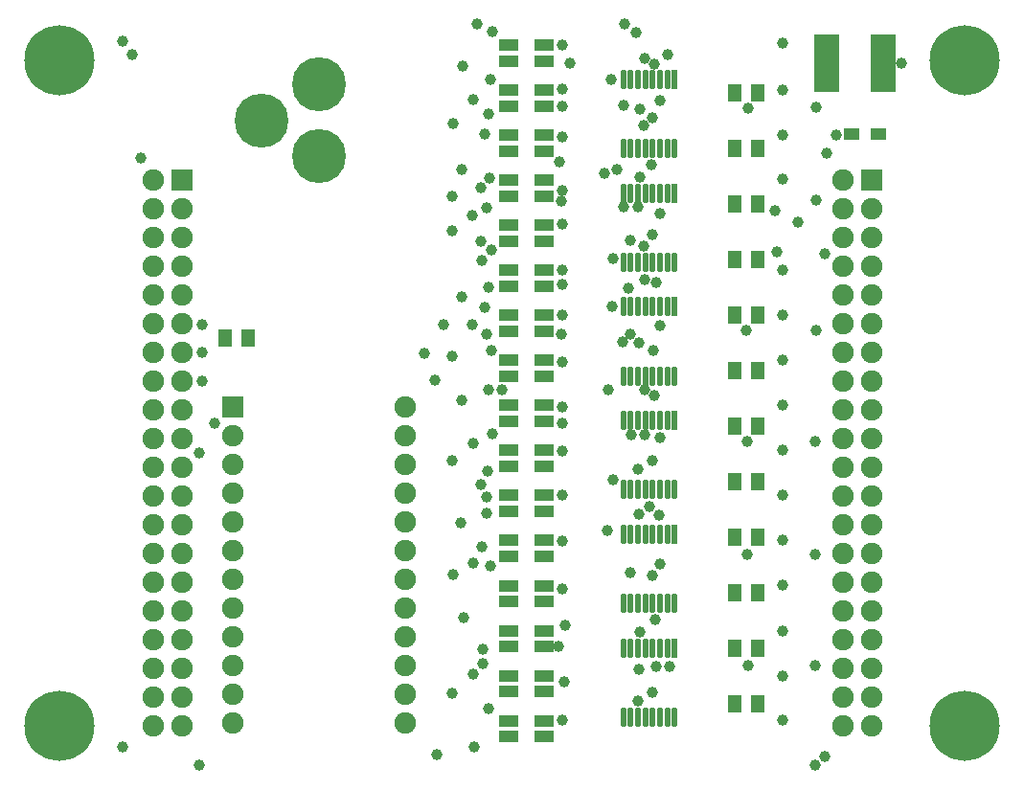
<source format=gts>
G04*
G04 #@! TF.GenerationSoftware,Altium Limited,Altium Designer,24.2.2 (26)*
G04*
G04 Layer_Color=8388736*
%FSLAX25Y25*%
%MOIN*%
G70*
G04*
G04 #@! TF.SameCoordinates,5F3C5C40-F4FD-4A7E-B3CF-B0B929BE72FD*
G04*
G04*
G04 #@! TF.FilePolarity,Negative*
G04*
G01*
G75*
%ADD15R,0.08661X0.20472*%
%ADD16R,0.06693X0.04331*%
%ADD17R,0.05512X0.03937*%
%ADD18R,0.04724X0.05906*%
%ADD19R,0.02165X0.07087*%
%ADD20O,0.02165X0.07087*%
%ADD21C,0.07480*%
%ADD22C,0.18787*%
%ADD23R,0.07480X0.07480*%
%ADD24R,0.07480X0.07480*%
%ADD25C,0.24410*%
%ADD26C,0.03937*%
D15*
X306743Y250900D02*
D03*
X287057D02*
D03*
D16*
X188600Y131646D02*
D03*
Y257056D02*
D03*
X188600Y115970D02*
D03*
X188600Y241379D02*
D03*
X188600Y100293D02*
D03*
X188600Y225703D02*
D03*
Y84617D02*
D03*
X188600Y210027D02*
D03*
X188600Y68941D02*
D03*
X188600Y194351D02*
D03*
Y53264D02*
D03*
X188600Y178674D02*
D03*
X188600Y37588D02*
D03*
Y162998D02*
D03*
X188600Y21912D02*
D03*
X188600Y147322D02*
D03*
X176395Y157486D02*
D03*
Y162998D02*
D03*
X188600Y157486D02*
D03*
X176395Y204515D02*
D03*
Y210027D02*
D03*
X188600Y204515D02*
D03*
X188600Y79105D02*
D03*
X176395Y84617D02*
D03*
Y79105D02*
D03*
X188600Y94781D02*
D03*
X176395Y100293D02*
D03*
Y94781D02*
D03*
X188600Y110458D02*
D03*
X176395Y115970D02*
D03*
Y110458D02*
D03*
X188600Y126134D02*
D03*
X176395Y131646D02*
D03*
Y126134D02*
D03*
X188600Y188839D02*
D03*
X176395Y194351D02*
D03*
Y188839D02*
D03*
X188600Y251544D02*
D03*
X176395Y257056D02*
D03*
Y251544D02*
D03*
X188600Y220191D02*
D03*
X176395Y225703D02*
D03*
Y220191D02*
D03*
X188600Y141810D02*
D03*
X176395Y147322D02*
D03*
Y141810D02*
D03*
X188600Y173162D02*
D03*
X176395Y178674D02*
D03*
Y173162D02*
D03*
X188600Y235868D02*
D03*
X176395Y241380D02*
D03*
Y235868D02*
D03*
X188600Y16400D02*
D03*
X176395Y21912D02*
D03*
Y16400D02*
D03*
X188600Y32076D02*
D03*
X176395Y37588D02*
D03*
Y32076D02*
D03*
X188600Y47753D02*
D03*
X176395Y53264D02*
D03*
Y47753D02*
D03*
X188600Y63429D02*
D03*
X176395Y68941D02*
D03*
Y63429D02*
D03*
D17*
X295772Y226000D02*
D03*
X304828D02*
D03*
D18*
X85609Y155100D02*
D03*
X262937Y124445D02*
D03*
Y47209D02*
D03*
Y27900D02*
D03*
Y105136D02*
D03*
Y66518D02*
D03*
X262937Y220991D02*
D03*
Y240300D02*
D03*
X262937Y85827D02*
D03*
X262937Y201682D02*
D03*
Y163064D02*
D03*
Y143754D02*
D03*
X262937Y182373D02*
D03*
X255063D02*
D03*
X255063Y143754D02*
D03*
Y163064D02*
D03*
Y201682D02*
D03*
X255063Y85827D02*
D03*
X255063Y240300D02*
D03*
Y220991D02*
D03*
X255063Y66518D02*
D03*
Y105136D02*
D03*
Y27900D02*
D03*
Y47209D02*
D03*
Y124445D02*
D03*
X77735Y155100D02*
D03*
D19*
X234095Y126363D02*
D03*
Y86782D02*
D03*
Y165945D02*
D03*
Y245108D02*
D03*
Y205526D02*
D03*
Y47200D02*
D03*
D20*
X216182Y23184D02*
D03*
X218741D02*
D03*
X221300D02*
D03*
X223859D02*
D03*
X226418D02*
D03*
X228977D02*
D03*
X231536D02*
D03*
X234095D02*
D03*
X216182Y47200D02*
D03*
X218741D02*
D03*
X221300D02*
D03*
X223859D02*
D03*
X226418D02*
D03*
X228977D02*
D03*
X231536D02*
D03*
Y205526D02*
D03*
X228977D02*
D03*
X226418D02*
D03*
X223859D02*
D03*
X221300D02*
D03*
X218741D02*
D03*
X216182D02*
D03*
X234095Y181511D02*
D03*
X231536D02*
D03*
X228977D02*
D03*
X226418D02*
D03*
X223859D02*
D03*
X221300D02*
D03*
X218741D02*
D03*
X216182D02*
D03*
Y221092D02*
D03*
X218741D02*
D03*
X221300D02*
D03*
X223859D02*
D03*
X226418D02*
D03*
X228977D02*
D03*
X231536D02*
D03*
X234095D02*
D03*
X216182Y245108D02*
D03*
X218741D02*
D03*
X221300D02*
D03*
X223859D02*
D03*
X226418D02*
D03*
X228977D02*
D03*
X231536D02*
D03*
X216182Y141929D02*
D03*
X218741D02*
D03*
X221300D02*
D03*
X223859D02*
D03*
X226418D02*
D03*
X228977D02*
D03*
X231536D02*
D03*
X234095D02*
D03*
X216182Y165945D02*
D03*
X218741D02*
D03*
X221300D02*
D03*
X223859D02*
D03*
X226418D02*
D03*
X228977D02*
D03*
X231536D02*
D03*
Y86782D02*
D03*
X228977D02*
D03*
X226418D02*
D03*
X223859D02*
D03*
X221300D02*
D03*
X218741D02*
D03*
X216182D02*
D03*
X234095Y62766D02*
D03*
X231536D02*
D03*
X228977D02*
D03*
X226418D02*
D03*
X223859D02*
D03*
X221300D02*
D03*
X218741D02*
D03*
X216182D02*
D03*
X231536Y126363D02*
D03*
X228977D02*
D03*
X226418D02*
D03*
X223859D02*
D03*
X221300D02*
D03*
X218741D02*
D03*
X216182D02*
D03*
X234095Y102348D02*
D03*
X231536D02*
D03*
X228977D02*
D03*
X226418D02*
D03*
X223859D02*
D03*
X221300D02*
D03*
X218741D02*
D03*
X216182D02*
D03*
D21*
X292500Y190000D02*
D03*
Y110000D02*
D03*
Y120000D02*
D03*
X302500D02*
D03*
X292500Y180000D02*
D03*
X52500Y60000D02*
D03*
Y120000D02*
D03*
X62500Y170000D02*
D03*
X140400Y21000D02*
D03*
Y101000D02*
D03*
Y111000D02*
D03*
Y121000D02*
D03*
Y131000D02*
D03*
Y91000D02*
D03*
Y81000D02*
D03*
Y71000D02*
D03*
Y61000D02*
D03*
Y51000D02*
D03*
Y41000D02*
D03*
Y31000D02*
D03*
X80400Y21000D02*
D03*
Y31000D02*
D03*
Y41000D02*
D03*
Y51000D02*
D03*
Y61000D02*
D03*
Y71000D02*
D03*
Y81000D02*
D03*
Y91000D02*
D03*
Y121000D02*
D03*
Y111000D02*
D03*
Y101000D02*
D03*
X52500Y210000D02*
D03*
X62500Y200000D02*
D03*
X52500D02*
D03*
X62500Y190000D02*
D03*
X52500D02*
D03*
X62500Y180000D02*
D03*
X52500D02*
D03*
Y170000D02*
D03*
X62500Y160000D02*
D03*
X52500D02*
D03*
X62500Y150000D02*
D03*
X52500D02*
D03*
X62500Y140000D02*
D03*
X52500D02*
D03*
X62500Y130000D02*
D03*
X52500D02*
D03*
X62500Y120000D02*
D03*
Y110000D02*
D03*
X52500D02*
D03*
X62500Y100000D02*
D03*
X52500D02*
D03*
X62500Y90000D02*
D03*
X52500D02*
D03*
X62500Y80000D02*
D03*
X52500D02*
D03*
X62500Y70000D02*
D03*
X52500D02*
D03*
X62500Y60000D02*
D03*
Y50000D02*
D03*
X52500D02*
D03*
X62500Y40000D02*
D03*
X52500D02*
D03*
X62500Y30000D02*
D03*
X52500D02*
D03*
X292500Y210000D02*
D03*
X302500Y200000D02*
D03*
X292500D02*
D03*
X302500Y190000D02*
D03*
Y180000D02*
D03*
Y170000D02*
D03*
X292500D02*
D03*
X302500Y160000D02*
D03*
X292500D02*
D03*
X302500Y150000D02*
D03*
X292500D02*
D03*
X302500Y140000D02*
D03*
X292500D02*
D03*
X302500Y130000D02*
D03*
X292500D02*
D03*
X302500Y110000D02*
D03*
Y100000D02*
D03*
X292500D02*
D03*
X302500Y90000D02*
D03*
X292500D02*
D03*
X302500Y80000D02*
D03*
X292500D02*
D03*
X302500Y70000D02*
D03*
X292500D02*
D03*
X302500Y60000D02*
D03*
X292500D02*
D03*
X302500Y50000D02*
D03*
X292500D02*
D03*
X302500Y40000D02*
D03*
X292500D02*
D03*
X302500Y30000D02*
D03*
X292500D02*
D03*
Y20000D02*
D03*
X302500D02*
D03*
X52500D02*
D03*
X62500D02*
D03*
D22*
X90400Y230800D02*
D03*
X110400Y243300D02*
D03*
Y218300D02*
D03*
D23*
X80400Y131000D02*
D03*
D24*
X62500Y210000D02*
D03*
X302500D02*
D03*
D25*
X20000Y251900D02*
D03*
X335000D02*
D03*
Y20000D02*
D03*
X20000D02*
D03*
D26*
X271800Y257700D02*
D03*
X211100Y137162D02*
D03*
X223587D02*
D03*
X169400D02*
D03*
X174000D02*
D03*
X226874Y134996D02*
D03*
X194900Y194838D02*
D03*
Y241730D02*
D03*
Y131138D02*
D03*
X271700Y131900D02*
D03*
Y116000D02*
D03*
Y147400D02*
D03*
Y100500D02*
D03*
Y163100D02*
D03*
X194900Y115676D02*
D03*
X271700Y84800D02*
D03*
Y178700D02*
D03*
X277000Y195600D02*
D03*
X194900Y100400D02*
D03*
X271700Y69000D02*
D03*
X194900Y146907D02*
D03*
Y163000D02*
D03*
X271700Y53200D02*
D03*
X194900Y84600D02*
D03*
X271700Y210300D02*
D03*
Y37500D02*
D03*
X194900Y67876D02*
D03*
X271700Y225700D02*
D03*
Y22200D02*
D03*
X194900Y178700D02*
D03*
X271700Y241400D02*
D03*
X290347Y225700D02*
D03*
X194900Y22100D02*
D03*
X194906Y206558D02*
D03*
X194900Y225054D02*
D03*
X196000Y55038D02*
D03*
X195800Y35300D02*
D03*
X313100Y250900D02*
D03*
X194900Y257100D02*
D03*
X286400Y184500D02*
D03*
X269800Y185000D02*
D03*
X216200Y200649D02*
D03*
X194596Y202633D02*
D03*
X221300Y200649D02*
D03*
X168600Y200600D02*
D03*
X218841Y121400D02*
D03*
X156700Y31300D02*
D03*
X283400Y203200D02*
D03*
X229000Y159300D02*
D03*
X286300Y9600D02*
D03*
X164300Y12900D02*
D03*
X68800Y6299D02*
D03*
X283000Y6300D02*
D03*
X151300Y10000D02*
D03*
X74100Y125400D02*
D03*
X68800Y115000D02*
D03*
X69700Y140100D02*
D03*
Y150200D02*
D03*
Y159900D02*
D03*
X150500Y140600D02*
D03*
X147100Y149800D02*
D03*
X153500Y159800D02*
D03*
X164000Y38100D02*
D03*
X167400Y41800D02*
D03*
X164000Y76800D02*
D03*
Y118600D02*
D03*
X160300Y249900D02*
D03*
X159900Y213700D02*
D03*
X157000Y229900D02*
D03*
X156800Y204600D02*
D03*
X160100Y169400D02*
D03*
X156500Y192300D02*
D03*
X159800Y90900D02*
D03*
X160000Y133500D02*
D03*
X160500Y57900D02*
D03*
X156700Y148700D02*
D03*
Y112500D02*
D03*
X156900Y72800D02*
D03*
X283100Y41200D02*
D03*
X259500D02*
D03*
X283100Y79700D02*
D03*
X259300D02*
D03*
X283000Y119000D02*
D03*
X259300Y119193D02*
D03*
X283200Y157900D02*
D03*
X259100Y157700D02*
D03*
X269000Y199300D02*
D03*
X259600Y235100D02*
D03*
X283400Y235600D02*
D03*
X220700Y261500D02*
D03*
X216700Y264401D02*
D03*
X169200Y26000D02*
D03*
X221200Y28788D02*
D03*
X167176Y46624D02*
D03*
X227503Y40749D02*
D03*
X221500Y39700D02*
D03*
X226400Y31700D02*
D03*
X232400Y40900D02*
D03*
X221995Y52833D02*
D03*
X227152Y57141D02*
D03*
X193800Y47700D02*
D03*
X170000Y75700D02*
D03*
X218600Y73600D02*
D03*
X210500Y87946D02*
D03*
X166900Y82300D02*
D03*
X168600Y94100D02*
D03*
X221700Y93700D02*
D03*
X225200Y96600D02*
D03*
X228676Y93376D02*
D03*
X168800Y99900D02*
D03*
X212600Y105800D02*
D03*
X166800Y104100D02*
D03*
X169000Y108800D02*
D03*
X221300Y109300D02*
D03*
X170600Y121700D02*
D03*
X195100Y125500D02*
D03*
X223600Y121400D02*
D03*
X170300Y150800D02*
D03*
X216000Y153738D02*
D03*
X221500Y153300D02*
D03*
X168800Y156400D02*
D03*
X226600Y150800D02*
D03*
X218800Y156600D02*
D03*
X194800D02*
D03*
X194900Y173809D02*
D03*
X212200Y166100D02*
D03*
X168000Y165700D02*
D03*
X218000Y172400D02*
D03*
X169200Y172900D02*
D03*
X223700Y175400D02*
D03*
X227493Y174346D02*
D03*
X212800Y182700D02*
D03*
X167100Y182200D02*
D03*
X194100Y216462D02*
D03*
X209500Y212362D02*
D03*
X170200Y185900D02*
D03*
X223339Y187177D02*
D03*
X166800Y188800D02*
D03*
X218800Y189200D02*
D03*
X225992Y215412D02*
D03*
X226400Y191000D02*
D03*
X163700Y197700D02*
D03*
X169800Y210700D02*
D03*
X166600Y207400D02*
D03*
X163800Y159700D02*
D03*
X164000Y238200D02*
D03*
X214100Y213647D02*
D03*
X222048Y211148D02*
D03*
X216300Y236005D02*
D03*
X195000Y235676D02*
D03*
X169233Y233246D02*
D03*
X168000Y226100D02*
D03*
X223400Y229200D02*
D03*
X221843Y234900D02*
D03*
X226400Y231800D02*
D03*
X170000Y245100D02*
D03*
X211900D02*
D03*
X165200Y264401D02*
D03*
X170800Y261800D02*
D03*
X197700Y250838D02*
D03*
X223600Y252400D02*
D03*
X226932Y250302D02*
D03*
X226400Y72600D02*
D03*
Y112500D02*
D03*
X42100Y12900D02*
D03*
X229000Y237800D02*
D03*
X287000Y219400D02*
D03*
X48300Y217900D02*
D03*
X45400Y253800D02*
D03*
X41900Y258500D02*
D03*
X231600Y253753D02*
D03*
X229100Y198400D02*
D03*
X228900Y120500D02*
D03*
X229000Y76500D02*
D03*
M02*

</source>
